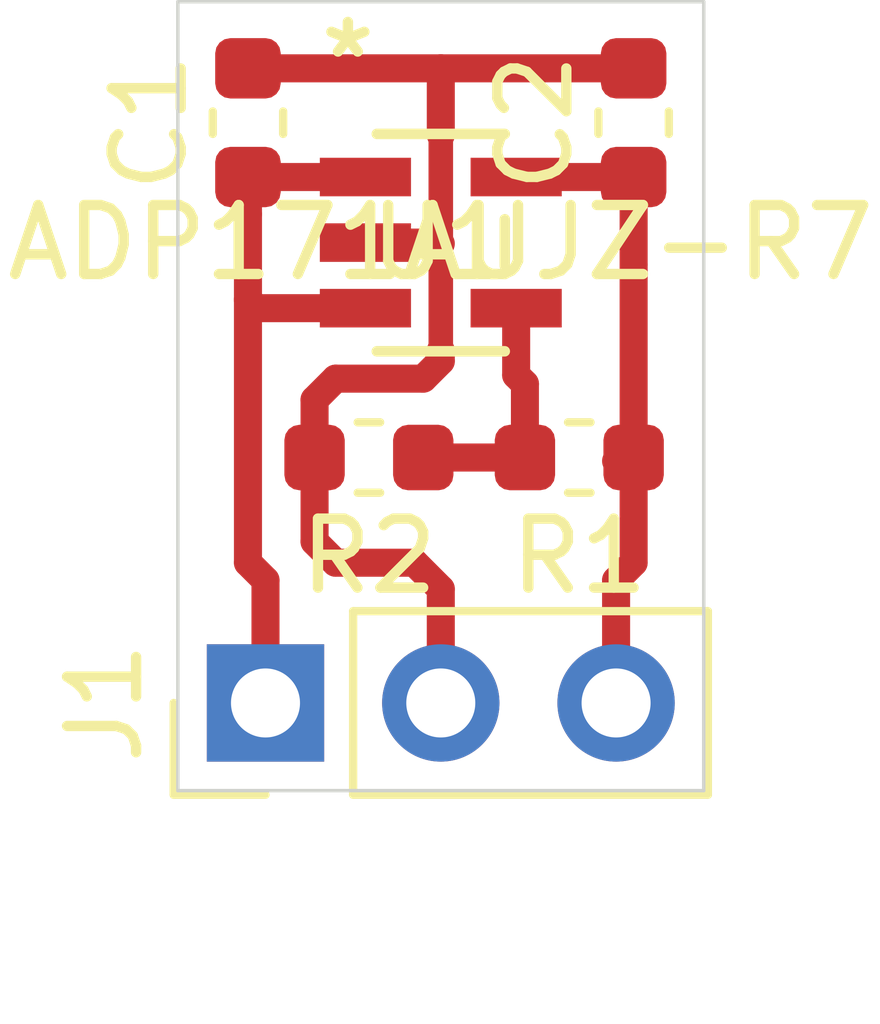
<source format=kicad_pcb>
(kicad_pcb (version 20171130) (host pcbnew "(5.1.0)-1")

  (general
    (thickness 1.6)
    (drawings 4)
    (tracks 39)
    (zones 0)
    (modules 6)
    (nets 5)
  )

  (page A4)
  (layers
    (0 F.Cu signal)
    (31 B.Cu signal)
    (32 B.Adhes user)
    (33 F.Adhes user)
    (34 B.Paste user)
    (35 F.Paste user)
    (36 B.SilkS user)
    (37 F.SilkS user)
    (38 B.Mask user)
    (39 F.Mask user)
    (40 Dwgs.User user)
    (41 Cmts.User user)
    (42 Eco1.User user)
    (43 Eco2.User user)
    (44 Edge.Cuts user)
    (45 Margin user)
    (46 B.CrtYd user)
    (47 F.CrtYd user)
    (48 B.Fab user)
    (49 F.Fab user)
  )

  (setup
    (last_trace_width 0.4064)
    (user_trace_width 0.3556)
    (user_trace_width 0.4064)
    (trace_clearance 0.254)
    (zone_clearance 0.508)
    (zone_45_only no)
    (trace_min 0.2)
    (via_size 0.762)
    (via_drill 0.381)
    (via_min_size 0.4)
    (via_min_drill 0.3)
    (user_via 0.9144 0.4064)
    (uvia_size 0.381)
    (uvia_drill 0.3048)
    (uvias_allowed no)
    (uvia_min_size 0.2)
    (uvia_min_drill 0.1)
    (edge_width 0.05)
    (segment_width 0.2)
    (pcb_text_width 0.3)
    (pcb_text_size 1.5 1.5)
    (mod_edge_width 0.12)
    (mod_text_size 1 1)
    (mod_text_width 0.15)
    (pad_size 1.524 1.524)
    (pad_drill 0.762)
    (pad_to_mask_clearance 0.051)
    (solder_mask_min_width 0.25)
    (aux_axis_origin 0 0)
    (visible_elements 7FFFFFFF)
    (pcbplotparams
      (layerselection 0x01000_7fffffff)
      (usegerberextensions false)
      (usegerberattributes false)
      (usegerberadvancedattributes false)
      (creategerberjobfile false)
      (excludeedgelayer true)
      (linewidth 0.100000)
      (plotframeref false)
      (viasonmask false)
      (mode 1)
      (useauxorigin false)
      (hpglpennumber 1)
      (hpglpenspeed 20)
      (hpglpendiameter 15.000000)
      (psnegative false)
      (psa4output false)
      (plotreference true)
      (plotvalue true)
      (plotinvisibletext false)
      (padsonsilk false)
      (subtractmaskfromsilk false)
      (outputformat 1)
      (mirror false)
      (drillshape 0)
      (scaleselection 1)
      (outputdirectory "gerbers/"))
  )

  (net 0 "")
  (net 1 VIN)
  (net 2 GND)
  (net 3 VOUT)
  (net 4 "Net-(R1-Pad2)")

  (net_class Default "This is the default net class."
    (clearance 0.254)
    (trace_width 0.254)
    (via_dia 0.762)
    (via_drill 0.381)
    (uvia_dia 0.381)
    (uvia_drill 0.3048)
    (diff_pair_width 0.2032)
    (diff_pair_gap 0.2032)
    (add_net GND)
    (add_net "Net-(R1-Pad2)")
    (add_net VIN)
    (add_net VOUT)
  )

  (module Resistor_SMD:R_0603_1608Metric (layer F.Cu) (tedit 5B301BBD) (tstamp 5CE4A434)
    (at 107.4165 108.204 180)
    (descr "Resistor SMD 0603 (1608 Metric), square (rectangular) end terminal, IPC_7351 nominal, (Body size source: http://www.tortai-tech.com/upload/download/2011102023233369053.pdf), generated with kicad-footprint-generator")
    (tags resistor)
    (path /5CE46931)
    (attr smd)
    (fp_text reference R1 (at 0 -1.43 180) (layer F.SilkS)
      (effects (font (size 1 1) (thickness 0.15)))
    )
    (fp_text value 200k (at 0 1.43 180) (layer F.Fab)
      (effects (font (size 1 1) (thickness 0.15)))
    )
    (fp_line (start -0.8 0.4) (end -0.8 -0.4) (layer F.Fab) (width 0.1))
    (fp_line (start -0.8 -0.4) (end 0.8 -0.4) (layer F.Fab) (width 0.1))
    (fp_line (start 0.8 -0.4) (end 0.8 0.4) (layer F.Fab) (width 0.1))
    (fp_line (start 0.8 0.4) (end -0.8 0.4) (layer F.Fab) (width 0.1))
    (fp_line (start -0.162779 -0.51) (end 0.162779 -0.51) (layer F.SilkS) (width 0.12))
    (fp_line (start -0.162779 0.51) (end 0.162779 0.51) (layer F.SilkS) (width 0.12))
    (fp_line (start -1.48 0.73) (end -1.48 -0.73) (layer F.CrtYd) (width 0.05))
    (fp_line (start -1.48 -0.73) (end 1.48 -0.73) (layer F.CrtYd) (width 0.05))
    (fp_line (start 1.48 -0.73) (end 1.48 0.73) (layer F.CrtYd) (width 0.05))
    (fp_line (start 1.48 0.73) (end -1.48 0.73) (layer F.CrtYd) (width 0.05))
    (fp_text user %R (at 0 0 180) (layer F.Fab)
      (effects (font (size 0.4 0.4) (thickness 0.06)))
    )
    (pad 1 smd roundrect (at -0.7875 0 180) (size 0.875 0.95) (layers F.Cu F.Paste F.Mask) (roundrect_rratio 0.25)
      (net 3 VOUT))
    (pad 2 smd roundrect (at 0.7875 0 180) (size 0.875 0.95) (layers F.Cu F.Paste F.Mask) (roundrect_rratio 0.25)
      (net 4 "Net-(R1-Pad2)"))
    (model ${KISYS3DMOD}/Resistor_SMD.3dshapes/R_0603_1608Metric.wrl
      (at (xyz 0 0 0))
      (scale (xyz 1 1 1))
      (rotate (xyz 0 0 0))
    )
  )

  (module Capacitor_SMD:C_0603_1608Metric (layer F.Cu) (tedit 5B301BBE) (tstamp 5CE547D3)
    (at 102.616 103.3525 90)
    (descr "Capacitor SMD 0603 (1608 Metric), square (rectangular) end terminal, IPC_7351 nominal, (Body size source: http://www.tortai-tech.com/upload/download/2011102023233369053.pdf), generated with kicad-footprint-generator")
    (tags capacitor)
    (path /5CE455A0)
    (attr smd)
    (fp_text reference C1 (at 0 -1.43 90) (layer F.SilkS)
      (effects (font (size 1 1) (thickness 0.15)))
    )
    (fp_text value 1uF (at 0 1.43 90) (layer F.Fab)
      (effects (font (size 1 1) (thickness 0.15)))
    )
    (fp_line (start -0.8 0.4) (end -0.8 -0.4) (layer F.Fab) (width 0.1))
    (fp_line (start -0.8 -0.4) (end 0.8 -0.4) (layer F.Fab) (width 0.1))
    (fp_line (start 0.8 -0.4) (end 0.8 0.4) (layer F.Fab) (width 0.1))
    (fp_line (start 0.8 0.4) (end -0.8 0.4) (layer F.Fab) (width 0.1))
    (fp_line (start -0.162779 -0.51) (end 0.162779 -0.51) (layer F.SilkS) (width 0.12))
    (fp_line (start -0.162779 0.51) (end 0.162779 0.51) (layer F.SilkS) (width 0.12))
    (fp_line (start -1.48 0.73) (end -1.48 -0.73) (layer F.CrtYd) (width 0.05))
    (fp_line (start -1.48 -0.73) (end 1.48 -0.73) (layer F.CrtYd) (width 0.05))
    (fp_line (start 1.48 -0.73) (end 1.48 0.73) (layer F.CrtYd) (width 0.05))
    (fp_line (start 1.48 0.73) (end -1.48 0.73) (layer F.CrtYd) (width 0.05))
    (fp_text user %R (at 0 0 90) (layer F.Fab)
      (effects (font (size 0.4 0.4) (thickness 0.06)))
    )
    (pad 1 smd roundrect (at -0.7875 0 90) (size 0.875 0.95) (layers F.Cu F.Paste F.Mask) (roundrect_rratio 0.25)
      (net 1 VIN))
    (pad 2 smd roundrect (at 0.7875 0 90) (size 0.875 0.95) (layers F.Cu F.Paste F.Mask) (roundrect_rratio 0.25)
      (net 2 GND))
    (model ${KISYS3DMOD}/Capacitor_SMD.3dshapes/C_0603_1608Metric.wrl
      (at (xyz 0 0 0))
      (scale (xyz 1 1 1))
      (rotate (xyz 0 0 0))
    )
  )

  (module Capacitor_SMD:C_0603_1608Metric (layer F.Cu) (tedit 5B301BBE) (tstamp 5CE4B1EC)
    (at 108.204 103.3525 90)
    (descr "Capacitor SMD 0603 (1608 Metric), square (rectangular) end terminal, IPC_7351 nominal, (Body size source: http://www.tortai-tech.com/upload/download/2011102023233369053.pdf), generated with kicad-footprint-generator")
    (tags capacitor)
    (path /5CE46129)
    (attr smd)
    (fp_text reference C2 (at 0 -1.43 90) (layer F.SilkS)
      (effects (font (size 1 1) (thickness 0.15)))
    )
    (fp_text value 1uF (at 0 1.43 90) (layer F.Fab)
      (effects (font (size 1 1) (thickness 0.15)))
    )
    (fp_text user %R (at 0 0 90) (layer F.Fab)
      (effects (font (size 0.4 0.4) (thickness 0.06)))
    )
    (fp_line (start 1.48 0.73) (end -1.48 0.73) (layer F.CrtYd) (width 0.05))
    (fp_line (start 1.48 -0.73) (end 1.48 0.73) (layer F.CrtYd) (width 0.05))
    (fp_line (start -1.48 -0.73) (end 1.48 -0.73) (layer F.CrtYd) (width 0.05))
    (fp_line (start -1.48 0.73) (end -1.48 -0.73) (layer F.CrtYd) (width 0.05))
    (fp_line (start -0.162779 0.51) (end 0.162779 0.51) (layer F.SilkS) (width 0.12))
    (fp_line (start -0.162779 -0.51) (end 0.162779 -0.51) (layer F.SilkS) (width 0.12))
    (fp_line (start 0.8 0.4) (end -0.8 0.4) (layer F.Fab) (width 0.1))
    (fp_line (start 0.8 -0.4) (end 0.8 0.4) (layer F.Fab) (width 0.1))
    (fp_line (start -0.8 -0.4) (end 0.8 -0.4) (layer F.Fab) (width 0.1))
    (fp_line (start -0.8 0.4) (end -0.8 -0.4) (layer F.Fab) (width 0.1))
    (pad 2 smd roundrect (at 0.7875 0 90) (size 0.875 0.95) (layers F.Cu F.Paste F.Mask) (roundrect_rratio 0.25)
      (net 2 GND))
    (pad 1 smd roundrect (at -0.7875 0 90) (size 0.875 0.95) (layers F.Cu F.Paste F.Mask) (roundrect_rratio 0.25)
      (net 3 VOUT))
    (model ${KISYS3DMOD}/Capacitor_SMD.3dshapes/C_0603_1608Metric.wrl
      (at (xyz 0 0 0))
      (scale (xyz 1 1 1))
      (rotate (xyz 0 0 0))
    )
  )

  (module Connector_PinHeader_2.54mm:PinHeader_1x03_P2.54mm_Vertical (layer F.Cu) (tedit 59FED5CC) (tstamp 5CE4A7AD)
    (at 102.87 111.76 90)
    (descr "Through hole straight pin header, 1x03, 2.54mm pitch, single row")
    (tags "Through hole pin header THT 1x03 2.54mm single row")
    (path /5CE4EA85)
    (fp_text reference J1 (at 0 -2.33 90) (layer F.SilkS)
      (effects (font (size 1 1) (thickness 0.15)))
    )
    (fp_text value Conn_01x03 (at 0 7.41 90) (layer F.Fab)
      (effects (font (size 1 1) (thickness 0.15)))
    )
    (fp_line (start -0.635 -1.27) (end 1.27 -1.27) (layer F.Fab) (width 0.1))
    (fp_line (start 1.27 -1.27) (end 1.27 6.35) (layer F.Fab) (width 0.1))
    (fp_line (start 1.27 6.35) (end -1.27 6.35) (layer F.Fab) (width 0.1))
    (fp_line (start -1.27 6.35) (end -1.27 -0.635) (layer F.Fab) (width 0.1))
    (fp_line (start -1.27 -0.635) (end -0.635 -1.27) (layer F.Fab) (width 0.1))
    (fp_line (start -1.33 6.41) (end 1.33 6.41) (layer F.SilkS) (width 0.12))
    (fp_line (start -1.33 1.27) (end -1.33 6.41) (layer F.SilkS) (width 0.12))
    (fp_line (start 1.33 1.27) (end 1.33 6.41) (layer F.SilkS) (width 0.12))
    (fp_line (start -1.33 1.27) (end 1.33 1.27) (layer F.SilkS) (width 0.12))
    (fp_line (start -1.33 0) (end -1.33 -1.33) (layer F.SilkS) (width 0.12))
    (fp_line (start -1.33 -1.33) (end 0 -1.33) (layer F.SilkS) (width 0.12))
    (fp_line (start -1.8 -1.8) (end -1.8 6.85) (layer F.CrtYd) (width 0.05))
    (fp_line (start -1.8 6.85) (end 1.8 6.85) (layer F.CrtYd) (width 0.05))
    (fp_line (start 1.8 6.85) (end 1.8 -1.8) (layer F.CrtYd) (width 0.05))
    (fp_line (start 1.8 -1.8) (end -1.8 -1.8) (layer F.CrtYd) (width 0.05))
    (fp_text user %R (at 0 2.54 180) (layer F.Fab)
      (effects (font (size 1 1) (thickness 0.15)))
    )
    (pad 1 thru_hole rect (at 0 0 90) (size 1.7 1.7) (drill 1) (layers *.Cu *.Mask)
      (net 1 VIN))
    (pad 2 thru_hole oval (at 0 2.54 90) (size 1.7 1.7) (drill 1) (layers *.Cu *.Mask)
      (net 2 GND))
    (pad 3 thru_hole oval (at 0 5.08 90) (size 1.7 1.7) (drill 1) (layers *.Cu *.Mask)
      (net 3 VOUT))
    (model ${KISYS3DMOD}/Connector_PinHeader_2.54mm.3dshapes/PinHeader_1x03_P2.54mm_Vertical.wrl
      (at (xyz 0 0 0))
      (scale (xyz 1 1 1))
      (rotate (xyz 0 0 0))
    )
  )

  (module Resistor_SMD:R_0603_1608Metric (layer F.Cu) (tedit 5B301BBD) (tstamp 5CE55179)
    (at 104.3685 108.204 180)
    (descr "Resistor SMD 0603 (1608 Metric), square (rectangular) end terminal, IPC_7351 nominal, (Body size source: http://www.tortai-tech.com/upload/download/2011102023233369053.pdf), generated with kicad-footprint-generator")
    (tags resistor)
    (path /5CE477FD)
    (attr smd)
    (fp_text reference R2 (at 0 -1.43 180) (layer F.SilkS)
      (effects (font (size 1 1) (thickness 0.15)))
    )
    (fp_text value 71.5k (at 0 1.43 180) (layer F.Fab)
      (effects (font (size 1 1) (thickness 0.15)))
    )
    (fp_text user %R (at 0 0 180) (layer F.Fab)
      (effects (font (size 0.4 0.4) (thickness 0.06)))
    )
    (fp_line (start 1.48 0.73) (end -1.48 0.73) (layer F.CrtYd) (width 0.05))
    (fp_line (start 1.48 -0.73) (end 1.48 0.73) (layer F.CrtYd) (width 0.05))
    (fp_line (start -1.48 -0.73) (end 1.48 -0.73) (layer F.CrtYd) (width 0.05))
    (fp_line (start -1.48 0.73) (end -1.48 -0.73) (layer F.CrtYd) (width 0.05))
    (fp_line (start -0.162779 0.51) (end 0.162779 0.51) (layer F.SilkS) (width 0.12))
    (fp_line (start -0.162779 -0.51) (end 0.162779 -0.51) (layer F.SilkS) (width 0.12))
    (fp_line (start 0.8 0.4) (end -0.8 0.4) (layer F.Fab) (width 0.1))
    (fp_line (start 0.8 -0.4) (end 0.8 0.4) (layer F.Fab) (width 0.1))
    (fp_line (start -0.8 -0.4) (end 0.8 -0.4) (layer F.Fab) (width 0.1))
    (fp_line (start -0.8 0.4) (end -0.8 -0.4) (layer F.Fab) (width 0.1))
    (pad 2 smd roundrect (at 0.7875 0 180) (size 0.875 0.95) (layers F.Cu F.Paste F.Mask) (roundrect_rratio 0.25)
      (net 2 GND))
    (pad 1 smd roundrect (at -0.7875 0 180) (size 0.875 0.95) (layers F.Cu F.Paste F.Mask) (roundrect_rratio 0.25)
      (net 4 "Net-(R1-Pad2)"))
    (model ${KISYS3DMOD}/Resistor_SMD.3dshapes/R_0603_1608Metric.wrl
      (at (xyz 0 0 0))
      (scale (xyz 1 1 1))
      (rotate (xyz 0 0 0))
    )
  )

  (module footprints:ADP171AUJZ-R7 (layer F.Cu) (tedit 0) (tstamp 5CE4A874)
    (at 105.41 105.090001)
    (path /5CE44EFB)
    (fp_text reference U1 (at 0 0) (layer F.SilkS)
      (effects (font (size 1 1) (thickness 0.15)))
    )
    (fp_text value ADP171AUJZ-R7 (at 0 0) (layer F.SilkS)
      (effects (font (size 1 1) (thickness 0.15)))
    )
    (fp_text user "Copyright 2016 Accelerated Designs. All rights reserved." (at 0 0) (layer Cmts.User)
      (effects (font (size 0.127 0.127) (thickness 0.002)))
    )
    (fp_text user * (at -1.3462 -2.6518) (layer F.SilkS)
      (effects (font (size 1 1) (thickness 0.15)))
    )
    (fp_text user * (at -0.5461 -1.6866) (layer F.Fab)
      (effects (font (size 1 1) (thickness 0.15)))
    )
    (fp_line (start -0.9271 1.5748) (end 0.9271 1.5748) (layer F.SilkS) (width 0.1524))
    (fp_line (start 0.9271 0.337861) (end 0.9271 -0.337861) (layer F.SilkS) (width 0.1524))
    (fp_line (start 0.9271 -1.5748) (end -0.9271 -1.5748) (layer F.SilkS) (width 0.1524))
    (fp_line (start -0.8001 1.4478) (end 0.8001 1.4478) (layer F.Fab) (width 0.1524))
    (fp_line (start 0.8001 1.4478) (end 0.8001 -1.4478) (layer F.Fab) (width 0.1524))
    (fp_line (start 0.8001 -1.4478) (end -0.8001 -1.4478) (layer F.Fab) (width 0.1524))
    (fp_line (start -0.8001 -1.4478) (end -0.8001 1.4478) (layer F.Fab) (width 0.1524))
    (fp_line (start -0.8001 -0.696) (end -0.8001 -1.204) (layer F.Fab) (width 0.1524))
    (fp_line (start -0.8001 -1.204) (end -1.397 -1.204) (layer F.Fab) (width 0.1524))
    (fp_line (start -1.397 -1.204) (end -1.397 -0.696) (layer F.Fab) (width 0.1524))
    (fp_line (start -1.397 -0.696) (end -0.8001 -0.696) (layer F.Fab) (width 0.1524))
    (fp_line (start -0.8001 0.254) (end -0.8001 -0.254) (layer F.Fab) (width 0.1524))
    (fp_line (start -0.8001 -0.254) (end -1.397 -0.254) (layer F.Fab) (width 0.1524))
    (fp_line (start -1.397 -0.254) (end -1.397 0.254) (layer F.Fab) (width 0.1524))
    (fp_line (start -1.397 0.254) (end -0.8001 0.254) (layer F.Fab) (width 0.1524))
    (fp_line (start -0.8001 1.204) (end -0.8001 0.696) (layer F.Fab) (width 0.1524))
    (fp_line (start -0.8001 0.696) (end -1.397 0.696) (layer F.Fab) (width 0.1524))
    (fp_line (start -1.397 0.696) (end -1.397 1.204) (layer F.Fab) (width 0.1524))
    (fp_line (start -1.397 1.204) (end -0.8001 1.204) (layer F.Fab) (width 0.1524))
    (fp_line (start 0.8001 0.696) (end 0.8001 1.204) (layer F.Fab) (width 0.1524))
    (fp_line (start 0.8001 1.204) (end 1.397 1.204) (layer F.Fab) (width 0.1524))
    (fp_line (start 1.397 1.204) (end 1.397 0.696) (layer F.Fab) (width 0.1524))
    (fp_line (start 1.397 0.696) (end 0.8001 0.696) (layer F.Fab) (width 0.1524))
    (fp_line (start 0.8001 -1.204) (end 0.8001 -0.696) (layer F.Fab) (width 0.1524))
    (fp_line (start 0.8001 -0.696) (end 1.397 -0.696) (layer F.Fab) (width 0.1524))
    (fp_line (start 1.397 -0.696) (end 1.397 -1.204) (layer F.Fab) (width 0.1524))
    (fp_line (start 1.397 -1.204) (end 0.8001 -1.204) (layer F.Fab) (width 0.1524))
    (fp_line (start -1.0541 1.7018) (end -1.0541 1.4834) (layer F.CrtYd) (width 0.1524))
    (fp_line (start -1.0541 1.4834) (end -2.0066 1.4834) (layer F.CrtYd) (width 0.1524))
    (fp_line (start -2.0066 1.4834) (end -2.0066 -1.4834) (layer F.CrtYd) (width 0.1524))
    (fp_line (start -2.0066 -1.4834) (end -1.0541 -1.4834) (layer F.CrtYd) (width 0.1524))
    (fp_line (start -1.0541 -1.4834) (end -1.0541 -1.7018) (layer F.CrtYd) (width 0.1524))
    (fp_line (start -1.0541 -1.7018) (end 1.0541 -1.7018) (layer F.CrtYd) (width 0.1524))
    (fp_line (start 1.0541 -1.7018) (end 1.0541 -1.4834) (layer F.CrtYd) (width 0.1524))
    (fp_line (start 1.0541 -1.4834) (end 2.0066 -1.4834) (layer F.CrtYd) (width 0.1524))
    (fp_line (start 2.0066 -1.4834) (end 2.0066 1.4834) (layer F.CrtYd) (width 0.1524))
    (fp_line (start 2.0066 1.4834) (end 1.0541 1.4834) (layer F.CrtYd) (width 0.1524))
    (fp_line (start 1.0541 1.4834) (end 1.0541 1.7018) (layer F.CrtYd) (width 0.1524))
    (fp_line (start 1.0541 1.7018) (end -1.0541 1.7018) (layer F.CrtYd) (width 0.1524))
    (fp_arc (start 0 -1.4478) (end 0.3048 -1.4478) (angle 180) (layer F.Fab) (width 0.1524))
    (pad 1 smd rect (at -1.0922 -0.950001) (size 1.3208 0.5588) (layers F.Cu F.Paste F.Mask)
      (net 1 VIN))
    (pad 2 smd rect (at -1.0922 0) (size 1.3208 0.5588) (layers F.Cu F.Paste F.Mask)
      (net 2 GND))
    (pad 3 smd rect (at -1.0922 0.950001) (size 1.3208 0.5588) (layers F.Cu F.Paste F.Mask)
      (net 1 VIN))
    (pad 4 smd rect (at 1.0922 0.950001) (size 1.3208 0.5588) (layers F.Cu F.Paste F.Mask)
      (net 4 "Net-(R1-Pad2)"))
    (pad 5 smd rect (at 1.0922 -0.950001) (size 1.3208 0.5588) (layers F.Cu F.Paste F.Mask)
      (net 3 VOUT))
  )

  (gr_line (start 109.22 101.6) (end 109.22 113.03) (layer Edge.Cuts) (width 0.05) (tstamp 5CE5563F))
  (gr_line (start 101.6 101.6) (end 109.22 101.6) (layer Edge.Cuts) (width 0.05))
  (gr_line (start 101.6 113.03) (end 101.6 101.6) (layer Edge.Cuts) (width 0.05))
  (gr_line (start 101.6 113.03) (end 109.22 113.03) (layer Edge.Cuts) (width 0.05))

  (segment (start 102.616 104.14) (end 104.3178 104.14) (width 0.4064) (layer F.Cu) (net 1))
  (segment (start 102.616 104.6775) (end 102.616 104.14) (width 0.4064) (layer F.Cu) (net 1))
  (segment (start 102.87 111.76) (end 102.87 109.982) (width 0.4064) (layer F.Cu) (net 1))
  (segment (start 102.87 109.982) (end 102.616 109.728) (width 0.4064) (layer F.Cu) (net 1))
  (segment (start 102.738002 106.040002) (end 102.616 105.918) (width 0.4064) (layer F.Cu) (net 1))
  (segment (start 104.3178 106.040002) (end 102.738002 106.040002) (width 0.4064) (layer F.Cu) (net 1))
  (segment (start 102.616 109.728) (end 102.616 105.918) (width 0.4064) (layer F.Cu) (net 1))
  (segment (start 102.616 105.918) (end 102.616 104.6775) (width 0.4064) (layer F.Cu) (net 1))
  (segment (start 103.581 109.423) (end 103.581 108.204) (width 0.4064) (layer F.Cu) (net 2))
  (segment (start 103.886 109.728) (end 103.581 109.423) (width 0.4064) (layer F.Cu) (net 2))
  (segment (start 105.029 109.728) (end 103.886 109.728) (width 0.4064) (layer F.Cu) (net 2))
  (segment (start 105.41 111.76) (end 105.41 110.109) (width 0.4064) (layer F.Cu) (net 2))
  (segment (start 105.41 110.109) (end 105.029 109.728) (width 0.4064) (layer F.Cu) (net 2))
  (segment (start 105.399799 105.1052) (end 105.41 105.1052) (width 0.4064) (layer F.Cu) (net 2))
  (segment (start 105.3846 105.090001) (end 105.399799 105.1052) (width 0.4064) (layer F.Cu) (net 2))
  (segment (start 104.3178 105.090001) (end 105.3846 105.090001) (width 0.4064) (layer F.Cu) (net 2))
  (segment (start 105.41 103.5304) (end 105.41 105.1052) (width 0.3556) (layer F.Cu) (net 2))
  (segment (start 105.41 105.1052) (end 105.41 106.6546) (width 0.3556) (layer F.Cu) (net 2))
  (segment (start 105.41 102.5652) (end 105.4098 102.565) (width 0.4064) (layer F.Cu) (net 2))
  (segment (start 105.41 103.5304) (end 105.41 102.5652) (width 0.4064) (layer F.Cu) (net 2))
  (segment (start 102.616 102.565) (end 105.4098 102.565) (width 0.4064) (layer F.Cu) (net 2))
  (segment (start 105.4098 102.565) (end 108.204 102.565) (width 0.4064) (layer F.Cu) (net 2))
  (segment (start 105.41 106.807) (end 105.41 106.6546) (width 0.4064) (layer F.Cu) (net 2))
  (segment (start 105.156 107.061) (end 105.41 106.807) (width 0.4064) (layer F.Cu) (net 2))
  (segment (start 103.886 107.061) (end 105.156 107.061) (width 0.4064) (layer F.Cu) (net 2))
  (segment (start 103.581 108.204) (end 103.581 107.366) (width 0.4064) (layer F.Cu) (net 2))
  (segment (start 103.581 107.366) (end 103.886 107.061) (width 0.4064) (layer F.Cu) (net 2))
  (segment (start 107.95 108.255) (end 108.001 108.204) (width 0.4064) (layer F.Cu) (net 3))
  (segment (start 107.95 111.76) (end 107.95 109.982) (width 0.4064) (layer F.Cu) (net 3))
  (segment (start 108.204 109.728) (end 108.204 108.204) (width 0.4064) (layer F.Cu) (net 3))
  (segment (start 107.95 109.982) (end 108.204 109.728) (width 0.4064) (layer F.Cu) (net 3))
  (segment (start 108.204 108.204) (end 108.204 105.41) (width 0.4064) (layer F.Cu) (net 3))
  (segment (start 108.204 105.41) (end 108.204 104.14) (width 0.4064) (layer F.Cu) (net 3))
  (segment (start 106.5784 104.14) (end 108.204 104.14) (width 0.4064) (layer F.Cu) (net 3))
  (segment (start 106.5784 108.1534) (end 106.629 108.204) (width 0.4064) (layer F.Cu) (net 4))
  (segment (start 105.156 108.204) (end 106.629 108.204) (width 0.4064) (layer F.Cu) (net 4))
  (segment (start 106.5022 106.040002) (end 106.5022 107.0102) (width 0.4064) (layer F.Cu) (net 4))
  (segment (start 106.629 107.137) (end 106.629 108.204) (width 0.4064) (layer F.Cu) (net 4))
  (segment (start 106.5022 107.0102) (end 106.629 107.137) (width 0.4064) (layer F.Cu) (net 4))

)

</source>
